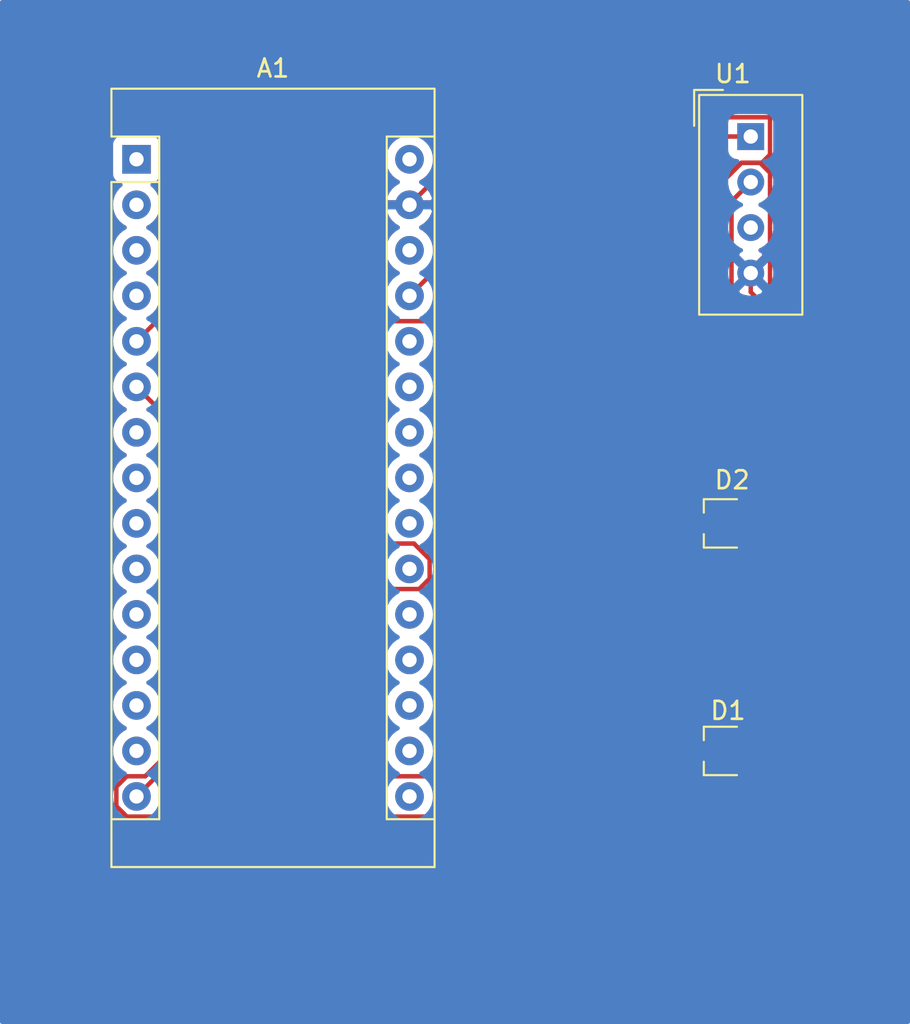
<source format=kicad_pcb>
(kicad_pcb (version 20171130) (host pcbnew "(5.1.0)-1")

  (general
    (thickness 1.6)
    (drawings 0)
    (tracks 50)
    (zones 0)
    (modules 4)
    (nets 32)
  )

  (page A4)
  (layers
    (0 F.Cu signal)
    (31 B.Cu signal)
    (32 B.Adhes user)
    (33 F.Adhes user)
    (34 B.Paste user)
    (35 F.Paste user)
    (36 B.SilkS user)
    (37 F.SilkS user)
    (38 B.Mask user)
    (39 F.Mask user)
    (40 Dwgs.User user)
    (41 Cmts.User user)
    (42 Eco1.User user)
    (43 Eco2.User user)
    (44 Edge.Cuts user)
    (45 Margin user)
    (46 B.CrtYd user)
    (47 F.CrtYd user)
    (48 B.Fab user)
    (49 F.Fab user)
  )

  (setup
    (last_trace_width 0.25)
    (trace_clearance 0.2)
    (zone_clearance 0.508)
    (zone_45_only no)
    (trace_min 0.2)
    (via_size 0.8)
    (via_drill 0.4)
    (via_min_size 0.4)
    (via_min_drill 0.3)
    (uvia_size 0.3)
    (uvia_drill 0.1)
    (uvias_allowed no)
    (uvia_min_size 0.2)
    (uvia_min_drill 0.1)
    (edge_width 0.05)
    (segment_width 0.2)
    (pcb_text_width 0.3)
    (pcb_text_size 1.5 1.5)
    (mod_edge_width 0.12)
    (mod_text_size 1 1)
    (mod_text_width 0.15)
    (pad_size 1.524 1.524)
    (pad_drill 0.762)
    (pad_to_mask_clearance 0.051)
    (solder_mask_min_width 0.25)
    (aux_axis_origin 0 0)
    (visible_elements FFFFFF7F)
    (pcbplotparams
      (layerselection 0x010fc_ffffffff)
      (usegerberextensions true)
      (usegerberattributes false)
      (usegerberadvancedattributes false)
      (creategerberjobfile false)
      (excludeedgelayer true)
      (linewidth 0.100000)
      (plotframeref false)
      (viasonmask false)
      (mode 1)
      (useauxorigin false)
      (hpglpennumber 1)
      (hpglpenspeed 20)
      (hpglpendiameter 15.000000)
      (psnegative false)
      (psa4output false)
      (plotreference true)
      (plotvalue true)
      (plotinvisibletext false)
      (padsonsilk false)
      (subtractmaskfromsilk false)
      (outputformat 1)
      (mirror false)
      (drillshape 0)
      (scaleselection 1)
      (outputdirectory "Reciever_New"))
  )

  (net 0 "")
  (net 1 "Net-(A1-Pad16)")
  (net 2 "Net-(A1-Pad15)")
  (net 3 "Net-(A1-Pad30)")
  (net 4 "Net-(A1-Pad14)")
  (net 5 "Net-(A1-Pad29)")
  (net 6 "Net-(A1-Pad13)")
  (net 7 "Net-(A1-Pad28)")
  (net 8 "Net-(A1-Pad12)")
  (net 9 "Net-(A1-Pad27)")
  (net 10 "Net-(A1-Pad11)")
  (net 11 "Net-(A1-Pad26)")
  (net 12 "Net-(A1-Pad10)")
  (net 13 "Net-(A1-Pad25)")
  (net 14 "Net-(A1-Pad9)")
  (net 15 "Net-(A1-Pad24)")
  (net 16 "Net-(A1-Pad8)")
  (net 17 "Net-(A1-Pad23)")
  (net 18 "Net-(A1-Pad7)")
  (net 19 "Net-(A1-Pad22)")
  (net 20 "Net-(A1-Pad6)")
  (net 21 "Net-(A1-Pad21)")
  (net 22 "Net-(A1-Pad5)")
  (net 23 "Net-(A1-Pad20)")
  (net 24 "Net-(A1-Pad4)")
  (net 25 "Net-(A1-Pad19)")
  (net 26 "Net-(A1-Pad3)")
  (net 27 "Net-(A1-Pad18)")
  (net 28 "Net-(A1-Pad2)")
  (net 29 "Net-(A1-Pad17)")
  (net 30 "Net-(A1-Pad1)")
  (net 31 "Net-(U1-Pad3)")

  (net_class Default "This is the default net class."
    (clearance 0.2)
    (trace_width 0.25)
    (via_dia 0.8)
    (via_drill 0.4)
    (uvia_dia 0.3)
    (uvia_drill 0.1)
    (add_net "Net-(A1-Pad1)")
    (add_net "Net-(A1-Pad10)")
    (add_net "Net-(A1-Pad11)")
    (add_net "Net-(A1-Pad12)")
    (add_net "Net-(A1-Pad13)")
    (add_net "Net-(A1-Pad14)")
    (add_net "Net-(A1-Pad15)")
    (add_net "Net-(A1-Pad16)")
    (add_net "Net-(A1-Pad17)")
    (add_net "Net-(A1-Pad18)")
    (add_net "Net-(A1-Pad19)")
    (add_net "Net-(A1-Pad2)")
    (add_net "Net-(A1-Pad20)")
    (add_net "Net-(A1-Pad21)")
    (add_net "Net-(A1-Pad22)")
    (add_net "Net-(A1-Pad23)")
    (add_net "Net-(A1-Pad24)")
    (add_net "Net-(A1-Pad25)")
    (add_net "Net-(A1-Pad26)")
    (add_net "Net-(A1-Pad27)")
    (add_net "Net-(A1-Pad28)")
    (add_net "Net-(A1-Pad29)")
    (add_net "Net-(A1-Pad3)")
    (add_net "Net-(A1-Pad30)")
    (add_net "Net-(A1-Pad4)")
    (add_net "Net-(A1-Pad5)")
    (add_net "Net-(A1-Pad6)")
    (add_net "Net-(A1-Pad7)")
    (add_net "Net-(A1-Pad8)")
    (add_net "Net-(A1-Pad9)")
    (add_net "Net-(U1-Pad3)")
  )

  (module Sensor:Aosong_DHT11_5.5x12.0_P2.54mm (layer F.Cu) (tedit 5C4B60CF) (tstamp 5DB6324A)
    (at 66.04 54.61)
    (descr "Temperature and humidity module, http://akizukidenshi.com/download/ds/aosong/DHT11.pdf")
    (tags "Temperature and humidity module")
    (path /5DB5EEDB)
    (fp_text reference U1 (at -1 -3.5) (layer F.SilkS)
      (effects (font (size 1 1) (thickness 0.15)))
    )
    (fp_text value DHT11 (at 0 11.3) (layer F.Fab)
      (effects (font (size 1 1) (thickness 0.15)))
    )
    (fp_line (start -3.16 -2.6) (end -1.55 -2.6) (layer F.SilkS) (width 0.12))
    (fp_line (start -3.16 -2.6) (end -3.16 -0.6) (layer F.SilkS) (width 0.12))
    (fp_line (start -2.75 -1.19) (end -1.75 -2.19) (layer F.Fab) (width 0.1))
    (fp_line (start -3 10.06) (end -3 -2.44) (layer F.CrtYd) (width 0.05))
    (fp_line (start 3 10.06) (end -3 10.06) (layer F.CrtYd) (width 0.05))
    (fp_line (start 3 -2.44) (end 3 10.06) (layer F.CrtYd) (width 0.05))
    (fp_line (start -3 -2.44) (end 3 -2.44) (layer F.CrtYd) (width 0.05))
    (fp_text user %R (at 0 3.81) (layer F.Fab)
      (effects (font (size 1 1) (thickness 0.15)))
    )
    (fp_line (start -2.88 9.94) (end -2.88 -2.31) (layer F.SilkS) (width 0.12))
    (fp_line (start 2.88 9.94) (end -2.88 9.94) (layer F.SilkS) (width 0.12))
    (fp_line (start 2.88 -2.32) (end 2.88 9.94) (layer F.SilkS) (width 0.12))
    (fp_line (start -2.87 -2.32) (end 2.87 -2.32) (layer F.SilkS) (width 0.12))
    (fp_line (start -2.75 -1.19) (end -2.75 9.81) (layer F.Fab) (width 0.1))
    (fp_line (start 2.75 9.81) (end -2.75 9.81) (layer F.Fab) (width 0.1))
    (fp_line (start 2.75 -2.19) (end 2.75 9.81) (layer F.Fab) (width 0.1))
    (fp_line (start -1.75 -2.19) (end 2.75 -2.19) (layer F.Fab) (width 0.1))
    (pad 4 thru_hole circle (at 0 7.62) (size 1.5 1.5) (drill 0.8) (layers *.Cu *.Mask)
      (net 5 "Net-(A1-Pad29)"))
    (pad 3 thru_hole circle (at 0 5.08) (size 1.5 1.5) (drill 0.8) (layers *.Cu *.Mask)
      (net 31 "Net-(U1-Pad3)"))
    (pad 2 thru_hole circle (at 0 2.54) (size 1.5 1.5) (drill 0.8) (layers *.Cu *.Mask)
      (net 2 "Net-(A1-Pad15)"))
    (pad 1 thru_hole rect (at 0 0) (size 1.5 1.5) (drill 0.8) (layers *.Cu *.Mask)
      (net 9 "Net-(A1-Pad27)"))
    (model ${KISYS3DMOD}/Sensor.3dshapes/Aosong_DHT11_5.5x12.0_P2.54mm.wrl
      (at (xyz 0 0 0))
      (scale (xyz 1 1 1))
      (rotate (xyz 0 0 0))
    )
  )

  (module LED_SMD:LED_Cree-XB (layer F.Cu) (tedit 587BEC30) (tstamp 5DB63232)
    (at 64.77 76.2)
    (descr http://www.cree.com/~/media/Files/Cree/LED-Components-and-Modules/XLamp/Data-and-Binning/XLampXBD.pdf)
    (tags "LED Cree XB")
    (path /5DB60107)
    (attr smd)
    (fp_text reference D2 (at 0.23 -2.42) (layer F.SilkS)
      (effects (font (size 1 1) (thickness 0.15)))
    )
    (fp_text value LED (at 0 2.25) (layer F.Fab)
      (effects (font (size 1 1) (thickness 0.15)))
    )
    (fp_text user %R (at 0 0) (layer F.Fab)
      (effects (font (size 0.5 0.5) (thickness 0.05)))
    )
    (fp_line (start -1.15 -1.15) (end 1.15 -1.15) (layer F.Fab) (width 0.1))
    (fp_line (start 1.15 -1.15) (end 1.15 1.15) (layer F.Fab) (width 0.1))
    (fp_line (start 1.15 1.15) (end -1.15 1.15) (layer F.Fab) (width 0.1))
    (fp_line (start -1.15 1.15) (end -1.15 -1.15) (layer F.Fab) (width 0.1))
    (fp_line (start 0.5 -1.35) (end -1.35 -1.35) (layer F.SilkS) (width 0.12))
    (fp_line (start -1.35 -1.35) (end -1.35 -0.6) (layer F.SilkS) (width 0.12))
    (fp_line (start 0.5 1.35) (end -1.35 1.35) (layer F.SilkS) (width 0.12))
    (fp_line (start -1.35 1.35) (end -1.35 0.6) (layer F.SilkS) (width 0.12))
    (fp_line (start -1.4 1.4) (end -1.4 -1.4) (layer F.CrtYd) (width 0.05))
    (fp_line (start -1.4 -1.4) (end 1.4 -1.4) (layer F.CrtYd) (width 0.05))
    (fp_line (start 1.4 -1.4) (end 1.4 1.4) (layer F.CrtYd) (width 0.05))
    (fp_line (start 1.4 1.4) (end -1.4 1.4) (layer F.CrtYd) (width 0.05))
    (pad 3 smd rect (at 0 0.55) (size 0.85 0.85) (layers F.Paste))
    (pad 3 smd rect (at 0 -0.55) (size 0.85 0.85) (layers F.Paste))
    (pad 3 smd rect (at 0 0) (size 0.92 2.29) (layers F.Cu F.Mask))
    (pad 1 smd rect (at -0.98 0) (size 0.33 2.29) (layers F.Cu F.Paste F.Mask)
      (net 22 "Net-(A1-Pad5)"))
    (pad 2 smd rect (at 0.98 0) (size 0.33 2.29) (layers F.Cu F.Paste F.Mask)
      (net 5 "Net-(A1-Pad29)"))
    (model ${KISYS3DMOD}/LED_SMD.3dshapes/LED_Cree-XB.wrl
      (at (xyz 0 0 0))
      (scale (xyz 1 1 1))
      (rotate (xyz 0 0 0))
    )
  )

  (module LED_SMD:LED_Cree-XB (layer F.Cu) (tedit 587BEC30) (tstamp 5DB6321C)
    (at 64.77 88.9)
    (descr http://www.cree.com/~/media/Files/Cree/LED-Components-and-Modules/XLamp/Data-and-Binning/XLampXBD.pdf)
    (tags "LED Cree XB")
    (path /5DB5F67A)
    (attr smd)
    (fp_text reference D1 (at 0 -2.25) (layer F.SilkS)
      (effects (font (size 1 1) (thickness 0.15)))
    )
    (fp_text value LED (at 0 2.25) (layer F.Fab)
      (effects (font (size 1 1) (thickness 0.15)))
    )
    (fp_text user %R (at 0 0) (layer F.Fab)
      (effects (font (size 0.5 0.5) (thickness 0.05)))
    )
    (fp_line (start -1.15 -1.15) (end 1.15 -1.15) (layer F.Fab) (width 0.1))
    (fp_line (start 1.15 -1.15) (end 1.15 1.15) (layer F.Fab) (width 0.1))
    (fp_line (start 1.15 1.15) (end -1.15 1.15) (layer F.Fab) (width 0.1))
    (fp_line (start -1.15 1.15) (end -1.15 -1.15) (layer F.Fab) (width 0.1))
    (fp_line (start 0.5 -1.35) (end -1.35 -1.35) (layer F.SilkS) (width 0.12))
    (fp_line (start -1.35 -1.35) (end -1.35 -0.6) (layer F.SilkS) (width 0.12))
    (fp_line (start 0.5 1.35) (end -1.35 1.35) (layer F.SilkS) (width 0.12))
    (fp_line (start -1.35 1.35) (end -1.35 0.6) (layer F.SilkS) (width 0.12))
    (fp_line (start -1.4 1.4) (end -1.4 -1.4) (layer F.CrtYd) (width 0.05))
    (fp_line (start -1.4 -1.4) (end 1.4 -1.4) (layer F.CrtYd) (width 0.05))
    (fp_line (start 1.4 -1.4) (end 1.4 1.4) (layer F.CrtYd) (width 0.05))
    (fp_line (start 1.4 1.4) (end -1.4 1.4) (layer F.CrtYd) (width 0.05))
    (pad 3 smd rect (at 0 0.55) (size 0.85 0.85) (layers F.Paste))
    (pad 3 smd rect (at 0 -0.55) (size 0.85 0.85) (layers F.Paste))
    (pad 3 smd rect (at 0 0) (size 0.92 2.29) (layers F.Cu F.Mask))
    (pad 1 smd rect (at -0.98 0) (size 0.33 2.29) (layers F.Cu F.Paste F.Mask)
      (net 20 "Net-(A1-Pad6)"))
    (pad 2 smd rect (at 0.98 0) (size 0.33 2.29) (layers F.Cu F.Paste F.Mask)
      (net 5 "Net-(A1-Pad29)"))
    (model ${KISYS3DMOD}/LED_SMD.3dshapes/LED_Cree-XB.wrl
      (at (xyz 0 0 0))
      (scale (xyz 1 1 1))
      (rotate (xyz 0 0 0))
    )
  )

  (module Module:Arduino_Nano (layer F.Cu) (tedit 58ACAF70) (tstamp 5DB63206)
    (at 31.75 55.88)
    (descr "Arduino Nano, http://www.mouser.com/pdfdocs/Gravitech_Arduino_Nano3_0.pdf")
    (tags "Arduino Nano")
    (path /5DB5E139)
    (fp_text reference A1 (at 7.62 -5.08) (layer F.SilkS)
      (effects (font (size 1 1) (thickness 0.15)))
    )
    (fp_text value Arduino_Nano_v2.x (at 8.89 19.05 90) (layer F.Fab)
      (effects (font (size 1 1) (thickness 0.15)))
    )
    (fp_line (start 16.75 42.16) (end -1.53 42.16) (layer F.CrtYd) (width 0.05))
    (fp_line (start 16.75 42.16) (end 16.75 -4.06) (layer F.CrtYd) (width 0.05))
    (fp_line (start -1.53 -4.06) (end -1.53 42.16) (layer F.CrtYd) (width 0.05))
    (fp_line (start -1.53 -4.06) (end 16.75 -4.06) (layer F.CrtYd) (width 0.05))
    (fp_line (start 16.51 -3.81) (end 16.51 39.37) (layer F.Fab) (width 0.1))
    (fp_line (start 0 -3.81) (end 16.51 -3.81) (layer F.Fab) (width 0.1))
    (fp_line (start -1.27 -2.54) (end 0 -3.81) (layer F.Fab) (width 0.1))
    (fp_line (start -1.27 39.37) (end -1.27 -2.54) (layer F.Fab) (width 0.1))
    (fp_line (start 16.51 39.37) (end -1.27 39.37) (layer F.Fab) (width 0.1))
    (fp_line (start 16.64 -3.94) (end -1.4 -3.94) (layer F.SilkS) (width 0.12))
    (fp_line (start 16.64 39.5) (end 16.64 -3.94) (layer F.SilkS) (width 0.12))
    (fp_line (start -1.4 39.5) (end 16.64 39.5) (layer F.SilkS) (width 0.12))
    (fp_line (start 3.81 41.91) (end 3.81 31.75) (layer F.Fab) (width 0.1))
    (fp_line (start 11.43 41.91) (end 3.81 41.91) (layer F.Fab) (width 0.1))
    (fp_line (start 11.43 31.75) (end 11.43 41.91) (layer F.Fab) (width 0.1))
    (fp_line (start 3.81 31.75) (end 11.43 31.75) (layer F.Fab) (width 0.1))
    (fp_line (start 1.27 36.83) (end -1.4 36.83) (layer F.SilkS) (width 0.12))
    (fp_line (start 1.27 1.27) (end 1.27 36.83) (layer F.SilkS) (width 0.12))
    (fp_line (start 1.27 1.27) (end -1.4 1.27) (layer F.SilkS) (width 0.12))
    (fp_line (start 13.97 36.83) (end 16.64 36.83) (layer F.SilkS) (width 0.12))
    (fp_line (start 13.97 -1.27) (end 13.97 36.83) (layer F.SilkS) (width 0.12))
    (fp_line (start 13.97 -1.27) (end 16.64 -1.27) (layer F.SilkS) (width 0.12))
    (fp_line (start -1.4 -3.94) (end -1.4 -1.27) (layer F.SilkS) (width 0.12))
    (fp_line (start -1.4 1.27) (end -1.4 39.5) (layer F.SilkS) (width 0.12))
    (fp_line (start 1.27 -1.27) (end -1.4 -1.27) (layer F.SilkS) (width 0.12))
    (fp_line (start 1.27 1.27) (end 1.27 -1.27) (layer F.SilkS) (width 0.12))
    (fp_text user %R (at 6.35 19.05 90) (layer F.Fab)
      (effects (font (size 1 1) (thickness 0.15)))
    )
    (pad 16 thru_hole oval (at 15.24 35.56) (size 1.6 1.6) (drill 0.8) (layers *.Cu *.Mask)
      (net 1 "Net-(A1-Pad16)"))
    (pad 15 thru_hole oval (at 0 35.56) (size 1.6 1.6) (drill 0.8) (layers *.Cu *.Mask)
      (net 2 "Net-(A1-Pad15)"))
    (pad 30 thru_hole oval (at 15.24 0) (size 1.6 1.6) (drill 0.8) (layers *.Cu *.Mask)
      (net 3 "Net-(A1-Pad30)"))
    (pad 14 thru_hole oval (at 0 33.02) (size 1.6 1.6) (drill 0.8) (layers *.Cu *.Mask)
      (net 4 "Net-(A1-Pad14)"))
    (pad 29 thru_hole oval (at 15.24 2.54) (size 1.6 1.6) (drill 0.8) (layers *.Cu *.Mask)
      (net 5 "Net-(A1-Pad29)"))
    (pad 13 thru_hole oval (at 0 30.48) (size 1.6 1.6) (drill 0.8) (layers *.Cu *.Mask)
      (net 6 "Net-(A1-Pad13)"))
    (pad 28 thru_hole oval (at 15.24 5.08) (size 1.6 1.6) (drill 0.8) (layers *.Cu *.Mask)
      (net 7 "Net-(A1-Pad28)"))
    (pad 12 thru_hole oval (at 0 27.94) (size 1.6 1.6) (drill 0.8) (layers *.Cu *.Mask)
      (net 8 "Net-(A1-Pad12)"))
    (pad 27 thru_hole oval (at 15.24 7.62) (size 1.6 1.6) (drill 0.8) (layers *.Cu *.Mask)
      (net 9 "Net-(A1-Pad27)"))
    (pad 11 thru_hole oval (at 0 25.4) (size 1.6 1.6) (drill 0.8) (layers *.Cu *.Mask)
      (net 10 "Net-(A1-Pad11)"))
    (pad 26 thru_hole oval (at 15.24 10.16) (size 1.6 1.6) (drill 0.8) (layers *.Cu *.Mask)
      (net 11 "Net-(A1-Pad26)"))
    (pad 10 thru_hole oval (at 0 22.86) (size 1.6 1.6) (drill 0.8) (layers *.Cu *.Mask)
      (net 12 "Net-(A1-Pad10)"))
    (pad 25 thru_hole oval (at 15.24 12.7) (size 1.6 1.6) (drill 0.8) (layers *.Cu *.Mask)
      (net 13 "Net-(A1-Pad25)"))
    (pad 9 thru_hole oval (at 0 20.32) (size 1.6 1.6) (drill 0.8) (layers *.Cu *.Mask)
      (net 14 "Net-(A1-Pad9)"))
    (pad 24 thru_hole oval (at 15.24 15.24) (size 1.6 1.6) (drill 0.8) (layers *.Cu *.Mask)
      (net 15 "Net-(A1-Pad24)"))
    (pad 8 thru_hole oval (at 0 17.78) (size 1.6 1.6) (drill 0.8) (layers *.Cu *.Mask)
      (net 16 "Net-(A1-Pad8)"))
    (pad 23 thru_hole oval (at 15.24 17.78) (size 1.6 1.6) (drill 0.8) (layers *.Cu *.Mask)
      (net 17 "Net-(A1-Pad23)"))
    (pad 7 thru_hole oval (at 0 15.24) (size 1.6 1.6) (drill 0.8) (layers *.Cu *.Mask)
      (net 18 "Net-(A1-Pad7)"))
    (pad 22 thru_hole oval (at 15.24 20.32) (size 1.6 1.6) (drill 0.8) (layers *.Cu *.Mask)
      (net 19 "Net-(A1-Pad22)"))
    (pad 6 thru_hole oval (at 0 12.7) (size 1.6 1.6) (drill 0.8) (layers *.Cu *.Mask)
      (net 20 "Net-(A1-Pad6)"))
    (pad 21 thru_hole oval (at 15.24 22.86) (size 1.6 1.6) (drill 0.8) (layers *.Cu *.Mask)
      (net 21 "Net-(A1-Pad21)"))
    (pad 5 thru_hole oval (at 0 10.16) (size 1.6 1.6) (drill 0.8) (layers *.Cu *.Mask)
      (net 22 "Net-(A1-Pad5)"))
    (pad 20 thru_hole oval (at 15.24 25.4) (size 1.6 1.6) (drill 0.8) (layers *.Cu *.Mask)
      (net 23 "Net-(A1-Pad20)"))
    (pad 4 thru_hole oval (at 0 7.62) (size 1.6 1.6) (drill 0.8) (layers *.Cu *.Mask)
      (net 24 "Net-(A1-Pad4)"))
    (pad 19 thru_hole oval (at 15.24 27.94) (size 1.6 1.6) (drill 0.8) (layers *.Cu *.Mask)
      (net 25 "Net-(A1-Pad19)"))
    (pad 3 thru_hole oval (at 0 5.08) (size 1.6 1.6) (drill 0.8) (layers *.Cu *.Mask)
      (net 26 "Net-(A1-Pad3)"))
    (pad 18 thru_hole oval (at 15.24 30.48) (size 1.6 1.6) (drill 0.8) (layers *.Cu *.Mask)
      (net 27 "Net-(A1-Pad18)"))
    (pad 2 thru_hole oval (at 0 2.54) (size 1.6 1.6) (drill 0.8) (layers *.Cu *.Mask)
      (net 28 "Net-(A1-Pad2)"))
    (pad 17 thru_hole oval (at 15.24 33.02) (size 1.6 1.6) (drill 0.8) (layers *.Cu *.Mask)
      (net 29 "Net-(A1-Pad17)"))
    (pad 1 thru_hole rect (at 0 0) (size 1.6 1.6) (drill 0.8) (layers *.Cu *.Mask)
      (net 30 "Net-(A1-Pad1)"))
    (model ${KISYS3DMOD}/Module.3dshapes/Arduino_Nano_WithMountingHoles.wrl
      (at (xyz 0 0 0))
      (scale (xyz 1 1 1))
      (rotate (xyz 0 0 0))
    )
  )

  (segment (start 32.549999 90.640001) (end 31.75 91.44) (width 0.25) (layer F.Cu) (net 2))
  (segment (start 53.530003 90.314999) (end 32.875001 90.314999) (width 0.25) (layer F.Cu) (net 2))
  (segment (start 66.240001 77.605001) (end 53.530003 90.314999) (width 0.25) (layer F.Cu) (net 2))
  (segment (start 32.875001 90.314999) (end 32.549999 90.640001) (width 0.25) (layer F.Cu) (net 2))
  (segment (start 66.240001 74.794999) (end 66.240001 77.605001) (width 0.25) (layer F.Cu) (net 2))
  (segment (start 64.964999 73.519997) (end 66.240001 74.794999) (width 0.25) (layer F.Cu) (net 2))
  (segment (start 64.964999 58.225001) (end 64.964999 73.519997) (width 0.25) (layer F.Cu) (net 2))
  (segment (start 66.04 57.15) (end 64.964999 58.225001) (width 0.25) (layer F.Cu) (net 2))
  (segment (start 66.04 63.29066) (end 66.04 62.23) (width 0.25) (layer F.Cu) (net 5))
  (segment (start 66.69001 63.94067) (end 66.04 63.29066) (width 0.25) (layer F.Cu) (net 5))
  (segment (start 66.69001 86.56499) (end 66.69001 63.94067) (width 0.25) (layer F.Cu) (net 5))
  (segment (start 65.75 87.505) (end 66.69001 86.56499) (width 0.25) (layer F.Cu) (net 5))
  (segment (start 65.75 88.9) (end 65.75 87.505) (width 0.25) (layer F.Cu) (net 5))
  (segment (start 67.115001 56.633999) (end 67.115001 86.139999) (width 0.25) (layer F.Cu) (net 5))
  (segment (start 67.115001 86.139999) (end 66.69001 86.56499) (width 0.25) (layer F.Cu) (net 5))
  (segment (start 66.556001 56.074999) (end 67.115001 56.633999) (width 0.25) (layer F.Cu) (net 5))
  (segment (start 65.523999 56.074999) (end 66.556001 56.074999) (width 0.25) (layer F.Cu) (net 5))
  (segment (start 64.514989 57.084009) (end 65.523999 56.074999) (width 0.25) (layer F.Cu) (net 5))
  (segment (start 64.514989 73.706397) (end 64.514989 57.084009) (width 0.25) (layer F.Cu) (net 5))
  (segment (start 65.75 74.941408) (end 64.514989 73.706397) (width 0.25) (layer F.Cu) (net 5))
  (segment (start 65.75 76.2) (end 65.75 74.941408) (width 0.25) (layer F.Cu) (net 5))
  (segment (start 65.523999 56.074999) (end 64.77 56.828998) (width 0.25) (layer F.Cu) (net 5))
  (segment (start 51.875001 53.534999) (end 67.050001 53.534999) (width 0.25) (layer F.Cu) (net 5))
  (segment (start 46.99 58.42) (end 51.875001 53.534999) (width 0.25) (layer F.Cu) (net 5))
  (segment (start 67.050001 53.534999) (end 67.115001 53.599999) (width 0.25) (layer F.Cu) (net 5))
  (segment (start 67.115001 53.599999) (end 67.115001 55.620001) (width 0.25) (layer F.Cu) (net 5))
  (segment (start 67.115001 55.620001) (end 66.660003 56.074999) (width 0.25) (layer F.Cu) (net 5))
  (segment (start 66.660003 56.074999) (end 65.523999 56.074999) (width 0.25) (layer F.Cu) (net 5))
  (segment (start 55.88 54.61) (end 46.99 63.5) (width 0.25) (layer F.Cu) (net 9))
  (segment (start 66.04 54.61) (end 55.88 54.61) (width 0.25) (layer F.Cu) (net 9))
  (segment (start 32.549999 69.379999) (end 31.75 68.58) (width 0.25) (layer F.Cu) (net 20))
  (segment (start 47.240003 77.325001) (end 40.495001 77.325001) (width 0.25) (layer F.Cu) (net 20))
  (segment (start 48.115001 79.280001) (end 48.115001 78.199999) (width 0.25) (layer F.Cu) (net 20))
  (segment (start 47.530001 79.865001) (end 48.115001 79.280001) (width 0.25) (layer F.Cu) (net 20))
  (segment (start 32.238591 90.314999) (end 42.688589 79.865001) (width 0.25) (layer F.Cu) (net 20))
  (segment (start 40.495001 77.325001) (end 32.549999 69.379999) (width 0.25) (layer F.Cu) (net 20))
  (segment (start 31.209999 90.314999) (end 32.238591 90.314999) (width 0.25) (layer F.Cu) (net 20))
  (segment (start 48.115001 78.199999) (end 47.240003 77.325001) (width 0.25) (layer F.Cu) (net 20))
  (segment (start 30.624999 90.899999) (end 31.209999 90.314999) (width 0.25) (layer F.Cu) (net 20))
  (segment (start 42.688589 79.865001) (end 47.530001 79.865001) (width 0.25) (layer F.Cu) (net 20))
  (segment (start 30.624999 91.980001) (end 30.624999 90.899999) (width 0.25) (layer F.Cu) (net 20))
  (segment (start 31.209999 92.565001) (end 30.624999 91.980001) (width 0.25) (layer F.Cu) (net 20))
  (segment (start 59.709999 92.565001) (end 31.209999 92.565001) (width 0.25) (layer F.Cu) (net 20))
  (segment (start 63.375 88.9) (end 59.709999 92.565001) (width 0.25) (layer F.Cu) (net 20))
  (segment (start 63.79 88.9) (end 63.375 88.9) (width 0.25) (layer F.Cu) (net 20))
  (segment (start 32.549999 65.240001) (end 31.75 66.04) (width 0.25) (layer F.Cu) (net 22))
  (segment (start 32.875001 64.914999) (end 32.549999 65.240001) (width 0.25) (layer F.Cu) (net 22))
  (segment (start 53.484999 64.914999) (end 32.875001 64.914999) (width 0.25) (layer F.Cu) (net 22))
  (segment (start 63.79 75.22) (end 53.484999 64.914999) (width 0.25) (layer F.Cu) (net 22))
  (segment (start 63.79 76.2) (end 63.79 75.22) (width 0.25) (layer F.Cu) (net 22))

  (zone (net 5) (net_name "Net-(A1-Pad29)") (layer F.Cu) (tstamp 5DB63904) (hatch edge 0.508)
    (connect_pads (clearance 0.508))
    (min_thickness 0.254)
    (fill yes (arc_segments 32) (thermal_gap 0.508) (thermal_bridge_width 0.508))
    (polygon
      (pts
        (xy 24.13 46.99) (xy 74.93 46.99) (xy 74.93 104.14) (xy 24.13 104.14)
      )
    )
    (filled_polygon
      (pts
        (xy 74.803 104.013) (xy 24.257 104.013) (xy 24.257 90.899999) (xy 29.861323 90.899999) (xy 29.865 90.937331)
        (xy 29.864999 91.942678) (xy 29.861323 91.980001) (xy 29.864999 92.017323) (xy 29.864999 92.017333) (xy 29.875996 92.128986)
        (xy 29.898653 92.203676) (xy 29.919453 92.272247) (xy 29.990025 92.404277) (xy 30.02987 92.452827) (xy 30.084998 92.520002)
        (xy 30.114001 92.543804) (xy 30.646199 93.076003) (xy 30.669998 93.105002) (xy 30.698996 93.1288) (xy 30.785722 93.199975)
        (xy 30.917752 93.270547) (xy 31.061013 93.314004) (xy 31.172666 93.325001) (xy 31.172676 93.325001) (xy 31.209999 93.328677)
        (xy 31.247322 93.325001) (xy 59.672677 93.325001) (xy 59.709999 93.328677) (xy 59.747321 93.325001) (xy 59.747332 93.325001)
        (xy 59.858985 93.314004) (xy 60.002246 93.270547) (xy 60.134275 93.199975) (xy 60.25 93.105002) (xy 60.273803 93.075998)
        (xy 63.044249 90.305552) (xy 63.094463 90.399494) (xy 63.173815 90.496185) (xy 63.270506 90.575537) (xy 63.38082 90.634502)
        (xy 63.500518 90.670812) (xy 63.625 90.683072) (xy 63.955 90.683072) (xy 64.079482 90.670812) (xy 64.1325 90.654729)
        (xy 64.185518 90.670812) (xy 64.31 90.683072) (xy 65.23 90.683072) (xy 65.354482 90.670812) (xy 65.407305 90.654788)
        (xy 65.453733 90.669424) (xy 65.55325 90.68) (xy 65.712 90.52125) (xy 65.712 90.458637) (xy 65.760537 90.399494)
        (xy 65.788 90.348115) (xy 65.788 90.52125) (xy 65.94675 90.68) (xy 66.046267 90.669424) (xy 66.165564 90.631817)
        (xy 66.275231 90.571659) (xy 66.371056 90.491261) (xy 66.449354 90.393714) (xy 66.507117 90.282767) (xy 66.542126 90.162682)
        (xy 66.553034 90.038074) (xy 66.55 89.18575) (xy 66.39125 89.027) (xy 65.868072 89.027) (xy 65.868072 88.773)
        (xy 66.39125 88.773) (xy 66.55 88.61425) (xy 66.553034 87.761926) (xy 66.542126 87.637318) (xy 66.507117 87.517233)
        (xy 66.449354 87.406286) (xy 66.371056 87.308739) (xy 66.275231 87.228341) (xy 66.165564 87.168183) (xy 66.046267 87.130576)
        (xy 65.94675 87.12) (xy 65.788 87.27875) (xy 65.788 87.451885) (xy 65.760537 87.400506) (xy 65.712 87.341363)
        (xy 65.712 87.27875) (xy 65.55325 87.12) (xy 65.453733 87.130576) (xy 65.407305 87.145212) (xy 65.354482 87.129188)
        (xy 65.23 87.116928) (xy 64.31 87.116928) (xy 64.185518 87.129188) (xy 64.1325 87.145271) (xy 64.079482 87.129188)
        (xy 63.955 87.116928) (xy 63.625 87.116928) (xy 63.500518 87.129188) (xy 63.38082 87.165498) (xy 63.270506 87.224463)
        (xy 63.173815 87.303815) (xy 63.094463 87.400506) (xy 63.035498 87.51082) (xy 62.999188 87.630518) (xy 62.986928 87.755)
        (xy 62.986928 88.245674) (xy 62.950723 88.265026) (xy 62.867083 88.333668) (xy 62.834999 88.359999) (xy 62.811201 88.388997)
        (xy 59.395198 91.805001) (xy 48.378849 91.805001) (xy 48.404236 91.721309) (xy 48.431943 91.44) (xy 48.404236 91.158691)
        (xy 48.378849 91.074999) (xy 53.492681 91.074999) (xy 53.530003 91.078675) (xy 53.567325 91.074999) (xy 53.567336 91.074999)
        (xy 53.678989 91.064002) (xy 53.82225 91.020545) (xy 53.954279 90.949973) (xy 54.070004 90.855) (xy 54.093807 90.825996)
        (xy 66.751004 78.1688) (xy 66.780002 78.145002) (xy 66.874975 78.029277) (xy 66.945547 77.897248) (xy 66.989004 77.753987)
        (xy 67.000001 77.642334) (xy 67.003678 77.605001) (xy 67.000001 77.567668) (xy 67.000001 74.832321) (xy 67.003677 74.794998)
        (xy 67.000001 74.757675) (xy 67.000001 74.757666) (xy 66.989004 74.646013) (xy 66.945547 74.502752) (xy 66.906226 74.429188)
        (xy 66.874975 74.370722) (xy 66.8038 74.283996) (xy 66.780002 74.254998) (xy 66.751005 74.231201) (xy 65.724999 73.205196)
        (xy 65.724999 63.578823) (xy 65.83996 63.60725) (xy 66.112492 63.619812) (xy 66.382238 63.578965) (xy 66.638832 63.486277)
        (xy 66.751863 63.42586) (xy 66.817388 63.186993) (xy 66.04 62.409605) (xy 66.025858 62.423748) (xy 65.846253 62.244143)
        (xy 65.860395 62.23) (xy 66.219605 62.23) (xy 66.996993 63.007388) (xy 67.23586 62.941863) (xy 67.35176 62.694884)
        (xy 67.41725 62.43004) (xy 67.429812 62.157508) (xy 67.388965 61.887762) (xy 67.296277 61.631168) (xy 67.23586 61.518137)
        (xy 66.996993 61.452612) (xy 66.219605 62.23) (xy 65.860395 62.23) (xy 65.846253 62.215858) (xy 66.025858 62.036253)
        (xy 66.04 62.050395) (xy 66.817388 61.273007) (xy 66.751863 61.03414) (xy 66.593523 60.959836) (xy 66.696043 60.917371)
        (xy 66.922886 60.765799) (xy 67.115799 60.572886) (xy 67.267371 60.346043) (xy 67.371775 60.093989) (xy 67.425 59.826411)
        (xy 67.425 59.553589) (xy 67.371775 59.286011) (xy 67.267371 59.033957) (xy 67.115799 58.807114) (xy 66.922886 58.614201)
        (xy 66.696043 58.462629) (xy 66.593127 58.42) (xy 66.696043 58.377371) (xy 66.922886 58.225799) (xy 67.115799 58.032886)
        (xy 67.267371 57.806043) (xy 67.371775 57.553989) (xy 67.425 57.286411) (xy 67.425 57.013589) (xy 67.371775 56.746011)
        (xy 67.267371 56.493957) (xy 67.115799 56.267114) (xy 66.922886 56.074201) (xy 66.806517 55.996445) (xy 66.914482 55.985812)
        (xy 67.03418 55.949502) (xy 67.144494 55.890537) (xy 67.241185 55.811185) (xy 67.320537 55.714494) (xy 67.379502 55.60418)
        (xy 67.415812 55.484482) (xy 67.428072 55.36) (xy 67.428072 53.86) (xy 67.415812 53.735518) (xy 67.379502 53.61582)
        (xy 67.320537 53.505506) (xy 67.241185 53.408815) (xy 67.144494 53.329463) (xy 67.03418 53.270498) (xy 66.914482 53.234188)
        (xy 66.79 53.221928) (xy 65.29 53.221928) (xy 65.165518 53.234188) (xy 65.04582 53.270498) (xy 64.935506 53.329463)
        (xy 64.838815 53.408815) (xy 64.759463 53.505506) (xy 64.700498 53.61582) (xy 64.664188 53.735518) (xy 64.652913 53.85)
        (xy 55.917333 53.85) (xy 55.88 53.846323) (xy 55.842667 53.85) (xy 55.731014 53.860997) (xy 55.587753 53.904454)
        (xy 55.455724 53.975026) (xy 55.339999 54.069999) (xy 55.316201 54.098997) (xy 48.429402 60.985797) (xy 48.431943 60.96)
        (xy 48.404236 60.678691) (xy 48.322182 60.408192) (xy 48.188932 60.158899) (xy 48.009608 59.940392) (xy 47.791101 59.761068)
        (xy 47.653318 59.687421) (xy 47.845131 59.572385) (xy 48.053519 59.383414) (xy 48.221037 59.15742) (xy 48.341246 58.903087)
        (xy 48.381904 58.769039) (xy 48.259915 58.547) (xy 47.117 58.547) (xy 47.117 58.567) (xy 46.863 58.567)
        (xy 46.863 58.547) (xy 45.720085 58.547) (xy 45.598096 58.769039) (xy 45.638754 58.903087) (xy 45.758963 59.15742)
        (xy 45.926481 59.383414) (xy 46.134869 59.572385) (xy 46.326682 59.687421) (xy 46.188899 59.761068) (xy 45.970392 59.940392)
        (xy 45.791068 60.158899) (xy 45.657818 60.408192) (xy 45.575764 60.678691) (xy 45.548057 60.96) (xy 45.575764 61.241309)
        (xy 45.657818 61.511808) (xy 45.791068 61.761101) (xy 45.970392 61.979608) (xy 46.188899 62.158932) (xy 46.321858 62.23)
        (xy 46.188899 62.301068) (xy 45.970392 62.480392) (xy 45.791068 62.698899) (xy 45.657818 62.948192) (xy 45.575764 63.218691)
        (xy 45.548057 63.5) (xy 45.575764 63.781309) (xy 45.657818 64.051808) (xy 45.712975 64.154999) (xy 33.027025 64.154999)
        (xy 33.082182 64.051808) (xy 33.164236 63.781309) (xy 33.191943 63.5) (xy 33.164236 63.218691) (xy 33.082182 62.948192)
        (xy 32.948932 62.698899) (xy 32.769608 62.480392) (xy 32.551101 62.301068) (xy 32.418142 62.23) (xy 32.551101 62.158932)
        (xy 32.769608 61.979608) (xy 32.948932 61.761101) (xy 33.082182 61.511808) (xy 33.164236 61.241309) (xy 33.191943 60.96)
        (xy 33.164236 60.678691) (xy 33.082182 60.408192) (xy 32.948932 60.158899) (xy 32.769608 59.940392) (xy 32.551101 59.761068)
        (xy 32.418142 59.69) (xy 32.551101 59.618932) (xy 32.769608 59.439608) (xy 32.948932 59.221101) (xy 33.082182 58.971808)
        (xy 33.164236 58.701309) (xy 33.191943 58.42) (xy 33.164236 58.138691) (xy 33.082182 57.868192) (xy 32.948932 57.618899)
        (xy 32.769608 57.400392) (xy 32.656518 57.307581) (xy 32.674482 57.305812) (xy 32.79418 57.269502) (xy 32.904494 57.210537)
        (xy 33.001185 57.131185) (xy 33.080537 57.034494) (xy 33.139502 56.92418) (xy 33.175812 56.804482) (xy 33.188072 56.68)
        (xy 33.188072 55.88) (xy 45.548057 55.88) (xy 45.575764 56.161309) (xy 45.657818 56.431808) (xy 45.791068 56.681101)
        (xy 45.970392 56.899608) (xy 46.188899 57.078932) (xy 46.326682 57.152579) (xy 46.134869 57.267615) (xy 45.926481 57.456586)
        (xy 45.758963 57.68258) (xy 45.638754 57.936913) (xy 45.598096 58.070961) (xy 45.720085 58.293) (xy 46.863 58.293)
        (xy 46.863 58.273) (xy 47.117 58.273) (xy 47.117 58.293) (xy 48.259915 58.293) (xy 48.381904 58.070961)
        (xy 48.341246 57.936913) (xy 48.221037 57.68258) (xy 48.053519 57.456586) (xy 47.845131 57.267615) (xy 47.653318 57.152579)
        (xy 47.791101 57.078932) (xy 48.009608 56.899608) (xy 48.188932 56.681101) (xy 48.322182 56.431808) (xy 48.404236 56.161309)
        (xy 48.431943 55.88) (xy 48.404236 55.598691) (xy 48.322182 55.328192) (xy 48.188932 55.078899) (xy 48.009608 54.860392)
        (xy 47.791101 54.681068) (xy 47.541808 54.547818) (xy 47.271309 54.465764) (xy 47.060492 54.445) (xy 46.919508 54.445)
        (xy 46.708691 54.465764) (xy 46.438192 54.547818) (xy 46.188899 54.681068) (xy 45.970392 54.860392) (xy 45.791068 55.078899)
        (xy 45.657818 55.328192) (xy 45.575764 55.598691) (xy 45.548057 55.88) (xy 33.188072 55.88) (xy 33.188072 55.08)
        (xy 33.175812 54.955518) (xy 33.139502 54.83582) (xy 33.080537 54.725506) (xy 33.001185 54.628815) (xy 32.904494 54.549463)
        (xy 32.79418 54.490498) (xy 32.674482 54.454188) (xy 32.55 54.441928) (xy 30.95 54.441928) (xy 30.825518 54.454188)
        (xy 30.70582 54.490498) (xy 30.595506 54.549463) (xy 30.498815 54.628815) (xy 30.419463 54.725506) (xy 30.360498 54.83582)
        (xy 30.324188 54.955518) (xy 30.311928 55.08) (xy 30.311928 56.68) (xy 30.324188 56.804482) (xy 30.360498 56.92418)
        (xy 30.419463 57.034494) (xy 30.498815 57.131185) (xy 30.595506 57.210537) (xy 30.70582 57.269502) (xy 30.825518 57.305812)
        (xy 30.843482 57.307581) (xy 30.730392 57.400392) (xy 30.551068 57.618899) (xy 30.417818 57.868192) (xy 30.335764 58.138691)
        (xy 30.308057 58.42) (xy 30.335764 58.701309) (xy 30.417818 58.971808) (xy 30.551068 59.221101) (xy 30.730392 59.439608)
        (xy 30.948899 59.618932) (xy 31.081858 59.69) (xy 30.948899 59.761068) (xy 30.730392 59.940392) (xy 30.551068 60.158899)
        (xy 30.417818 60.408192) (xy 30.335764 60.678691) (xy 30.308057 60.96) (xy 30.335764 61.241309) (xy 30.417818 61.511808)
        (xy 30.551068 61.761101) (xy 30.730392 61.979608) (xy 30.948899 62.158932) (xy 31.081858 62.23) (xy 30.948899 62.301068)
        (xy 30.730392 62.480392) (xy 30.551068 62.698899) (xy 30.417818 62.948192) (xy 30.335764 63.218691) (xy 30.308057 63.5)
        (xy 30.335764 63.781309) (xy 30.417818 64.051808) (xy 30.551068 64.301101) (xy 30.730392 64.519608) (xy 30.948899 64.698932)
        (xy 31.081858 64.77) (xy 30.948899 64.841068) (xy 30.730392 65.020392) (xy 30.551068 65.238899) (xy 30.417818 65.488192)
        (xy 30.335764 65.758691) (xy 30.308057 66.04) (xy 30.335764 66.321309) (xy 30.417818 66.591808) (xy 30.551068 66.841101)
        (xy 30.730392 67.059608) (xy 30.948899 67.238932) (xy 31.081858 67.31) (xy 30.948899 67.381068) (xy 30.730392 67.560392)
        (xy 30.551068 67.778899) (xy 30.417818 68.028192) (xy 30.335764 68.298691) (xy 30.308057 68.58) (xy 30.335764 68.861309)
        (xy 30.417818 69.131808) (xy 30.551068 69.381101) (xy 30.730392 69.599608) (xy 30.948899 69.778932) (xy 31.081858 69.85)
        (xy 30.948899 69.921068) (xy 30.730392 70.100392) (xy 30.551068 70.318899) (xy 30.417818 70.568192) (xy 30.335764 70.838691)
        (xy 30.308057 71.12) (xy 30.335764 71.401309) (xy 30.417818 71.671808) (xy 30.551068 71.921101) (xy 30.730392 72.139608)
        (xy 30.948899 72.318932) (xy 31.081858 72.39) (xy 30.948899 72.461068) (xy 30.730392 72.640392) (xy 30.551068 72.858899)
        (xy 30.417818 73.108192) (xy 30.335764 73.378691) (xy 30.308057 73.66) (xy 30.335764 73.941309) (xy 30.417818 74.211808)
        (xy 30.551068 74.461101) (xy 30.730392 74.679608) (xy 30.948899 74.858932) (xy 31.081858 74.93) (xy 30.948899 75.001068)
        (xy 30.730392 75.180392) (xy 30.551068 75.398899) (xy 30.417818 75.648192) (xy 30.335764 75.918691) (xy 30.308057 76.2)
        (xy 30.335764 76.481309) (xy 30.417818 76.751808) (xy 30.551068 77.001101) (xy 30.730392 77.219608) (xy 30.948899 77.398932)
        (xy 31.081858 77.47) (xy 30.948899 77.541068) (xy 30.730392 77.720392) (xy 30.551068 77.938899) (xy 30.417818 78.188192)
        (xy 30.335764 78.458691) (xy 30.308057 78.74) (xy 30.335764 79.021309) (xy 30.417818 79.291808) (xy 30.551068 79.541101)
        (xy 30.730392 79.759608) (xy 30.948899 79.938932) (xy 31.081858 80.01) (xy 30.948899 80.081068) (xy 30.730392 80.260392)
        (xy 30.551068 80.478899) (xy 30.417818 80.728192) (xy 30.335764 80.998691) (xy 30.308057 81.28) (xy 30.335764 81.561309)
        (xy 30.417818 81.831808) (xy 30.551068 82.081101) (xy 30.730392 82.299608) (xy 30.948899 82.478932) (xy 31.081858 82.55)
        (xy 30.948899 82.621068) (xy 30.730392 82.800392) (xy 30.551068 83.018899) (xy 30.417818 83.268192) (xy 30.335764 83.538691)
        (xy 30.308057 83.82) (xy 30.335764 84.101309) (xy 30.417818 84.371808) (xy 30.551068 84.621101) (xy 30.730392 84.839608)
        (xy 30.948899 85.018932) (xy 31.081858 85.09) (xy 30.948899 85.161068) (xy 30.730392 85.340392) (xy 30.551068 85.558899)
        (xy 30.417818 85.808192) (xy 30.335764 86.078691) (xy 30.308057 86.36) (xy 30.335764 86.641309) (xy 30.417818 86.911808)
        (xy 30.551068 87.161101) (xy 30.730392 87.379608) (xy 30.948899 87.558932) (xy 31.081858 87.63) (xy 30.948899 87.701068)
        (xy 30.730392 87.880392) (xy 30.551068 88.098899) (xy 30.417818 88.348192) (xy 30.335764 88.618691) (xy 30.308057 88.9)
        (xy 30.335764 89.181309) (xy 30.417818 89.451808) (xy 30.551068 89.701101) (xy 30.64033 89.809867) (xy 30.113997 90.3362)
        (xy 30.084999 90.359998) (xy 30.061201 90.388996) (xy 30.0612 90.388997) (xy 29.990025 90.475723) (xy 29.919453 90.607753)
        (xy 29.909671 90.640002) (xy 29.879558 90.739276) (xy 29.875997 90.751014) (xy 29.861323 90.899999) (xy 24.257 90.899999)
        (xy 24.257 47.117) (xy 74.803 47.117)
      )
    )
    (filled_polygon
      (pts
        (xy 64.664188 55.484482) (xy 64.700498 55.60418) (xy 64.759463 55.714494) (xy 64.838815 55.811185) (xy 64.935506 55.890537)
        (xy 65.04582 55.949502) (xy 65.165518 55.985812) (xy 65.273483 55.996445) (xy 65.157114 56.074201) (xy 64.964201 56.267114)
        (xy 64.812629 56.493957) (xy 64.708225 56.746011) (xy 64.655 57.013589) (xy 64.655 57.286411) (xy 64.683833 57.431365)
        (xy 64.454001 57.661197) (xy 64.424998 57.685) (xy 64.36987 57.752175) (xy 64.330025 57.800725) (xy 64.293963 57.868192)
        (xy 64.259453 57.932755) (xy 64.215996 58.076016) (xy 64.204999 58.187669) (xy 64.204999 58.187679) (xy 64.201323 58.225001)
        (xy 64.204999 58.262323) (xy 64.205 73.482664) (xy 64.201323 73.519997) (xy 64.215997 73.668982) (xy 64.259453 73.812243)
        (xy 64.330025 73.944273) (xy 64.4012 74.030999) (xy 64.424999 74.059998) (xy 64.453997 74.083796) (xy 64.787129 74.416928)
        (xy 64.31 74.416928) (xy 64.185518 74.429188) (xy 64.1325 74.445271) (xy 64.079482 74.429188) (xy 64.07339 74.428588)
        (xy 54.048803 64.404002) (xy 54.025 64.374998) (xy 53.909275 64.280025) (xy 53.777246 64.209453) (xy 53.633985 64.165996)
        (xy 53.522332 64.154999) (xy 53.522321 64.154999) (xy 53.484999 64.151323) (xy 53.447677 64.154999) (xy 48.267025 64.154999)
        (xy 48.322182 64.051808) (xy 48.404236 63.781309) (xy 48.431943 63.5) (xy 48.404236 63.218691) (xy 48.390708 63.174093)
        (xy 56.194802 55.37) (xy 64.652913 55.37)
      )
    )
  )
  (zone (net 5) (net_name "Net-(A1-Pad29)") (layer B.Cu) (tstamp 5DB63901) (hatch edge 0.508)
    (connect_pads (clearance 0.508))
    (min_thickness 0.254)
    (fill yes (arc_segments 32) (thermal_gap 0.508) (thermal_bridge_width 0.508))
    (polygon
      (pts
        (xy 24.13 46.99) (xy 74.93 46.99) (xy 74.93 104.14) (xy 24.13 104.14)
      )
    )
    (filled_polygon
      (pts
        (xy 74.803 104.013) (xy 24.257 104.013) (xy 24.257 58.42) (xy 30.308057 58.42) (xy 30.335764 58.701309)
        (xy 30.417818 58.971808) (xy 30.551068 59.221101) (xy 30.730392 59.439608) (xy 30.948899 59.618932) (xy 31.081858 59.69)
        (xy 30.948899 59.761068) (xy 30.730392 59.940392) (xy 30.551068 60.158899) (xy 30.417818 60.408192) (xy 30.335764 60.678691)
        (xy 30.308057 60.96) (xy 30.335764 61.241309) (xy 30.417818 61.511808) (xy 30.551068 61.761101) (xy 30.730392 61.979608)
        (xy 30.948899 62.158932) (xy 31.081858 62.23) (xy 30.948899 62.301068) (xy 30.730392 62.480392) (xy 30.551068 62.698899)
        (xy 30.417818 62.948192) (xy 30.335764 63.218691) (xy 30.308057 63.5) (xy 30.335764 63.781309) (xy 30.417818 64.051808)
        (xy 30.551068 64.301101) (xy 30.730392 64.519608) (xy 30.948899 64.698932) (xy 31.081858 64.77) (xy 30.948899 64.841068)
        (xy 30.730392 65.020392) (xy 30.551068 65.238899) (xy 30.417818 65.488192) (xy 30.335764 65.758691) (xy 30.308057 66.04)
        (xy 30.335764 66.321309) (xy 30.417818 66.591808) (xy 30.551068 66.841101) (xy 30.730392 67.059608) (xy 30.948899 67.238932)
        (xy 31.081858 67.31) (xy 30.948899 67.381068) (xy 30.730392 67.560392) (xy 30.551068 67.778899) (xy 30.417818 68.028192)
        (xy 30.335764 68.298691) (xy 30.308057 68.58) (xy 30.335764 68.861309) (xy 30.417818 69.131808) (xy 30.551068 69.381101)
        (xy 30.730392 69.599608) (xy 30.948899 69.778932) (xy 31.081858 69.85) (xy 30.948899 69.921068) (xy 30.730392 70.100392)
        (xy 30.551068 70.318899) (xy 30.417818 70.568192) (xy 30.335764 70.838691) (xy 30.308057 71.12) (xy 30.335764 71.401309)
        (xy 30.417818 71.671808) (xy 30.551068 71.921101) (xy 30.730392 72.139608) (xy 30.948899 72.318932) (xy 31.081858 72.39)
        (xy 30.948899 72.461068) (xy 30.730392 72.640392) (xy 30.551068 72.858899) (xy 30.417818 73.108192) (xy 30.335764 73.378691)
        (xy 30.308057 73.66) (xy 30.335764 73.941309) (xy 30.417818 74.211808) (xy 30.551068 74.461101) (xy 30.730392 74.679608)
        (xy 30.948899 74.858932) (xy 31.081858 74.93) (xy 30.948899 75.001068) (xy 30.730392 75.180392) (xy 30.551068 75.398899)
        (xy 30.417818 75.648192) (xy 30.335764 75.918691) (xy 30.308057 76.2) (xy 30.335764 76.481309) (xy 30.417818 76.751808)
        (xy 30.551068 77.001101) (xy 30.730392 77.219608) (xy 30.948899 77.398932) (xy 31.081858 77.47) (xy 30.948899 77.541068)
        (xy 30.730392 77.720392) (xy 30.551068 77.938899) (xy 30.417818 78.188192) (xy 30.335764 78.458691) (xy 30.308057 78.74)
        (xy 30.335764 79.021309) (xy 30.417818 79.291808) (xy 30.551068 79.541101) (xy 30.730392 79.759608) (xy 30.948899 79.938932)
        (xy 31.081858 80.01) (xy 30.948899 80.081068) (xy 30.730392 80.260392) (xy 30.551068 80.478899) (xy 30.417818 80.728192)
        (xy 30.335764 80.998691) (xy 30.308057 81.28) (xy 30.335764 81.561309) (xy 30.417818 81.831808) (xy 30.551068 82.081101)
        (xy 30.730392 82.299608) (xy 30.948899 82.478932) (xy 31.081858 82.55) (xy 30.948899 82.621068) (xy 30.730392 82.800392)
        (xy 30.551068 83.018899) (xy 30.417818 83.268192) (xy 30.335764 83.538691) (xy 30.308057 83.82) (xy 30.335764 84.101309)
        (xy 30.417818 84.371808) (xy 30.551068 84.621101) (xy 30.730392 84.839608) (xy 30.948899 85.018932) (xy 31.081858 85.09)
        (xy 30.948899 85.161068) (xy 30.730392 85.340392) (xy 30.551068 85.558899) (xy 30.417818 85.808192) (xy 30.335764 86.078691)
        (xy 30.308057 86.36) (xy 30.335764 86.641309) (xy 30.417818 86.911808) (xy 30.551068 87.161101) (xy 30.730392 87.379608)
        (xy 30.948899 87.558932) (xy 31.081858 87.63) (xy 30.948899 87.701068) (xy 30.730392 87.880392) (xy 30.551068 88.098899)
        (xy 30.417818 88.348192) (xy 30.335764 88.618691) (xy 30.308057 88.9) (xy 30.335764 89.181309) (xy 30.417818 89.451808)
        (xy 30.551068 89.701101) (xy 30.730392 89.919608) (xy 30.948899 90.098932) (xy 31.081858 90.17) (xy 30.948899 90.241068)
        (xy 30.730392 90.420392) (xy 30.551068 90.638899) (xy 30.417818 90.888192) (xy 30.335764 91.158691) (xy 30.308057 91.44)
        (xy 30.335764 91.721309) (xy 30.417818 91.991808) (xy 30.551068 92.241101) (xy 30.730392 92.459608) (xy 30.948899 92.638932)
        (xy 31.198192 92.772182) (xy 31.468691 92.854236) (xy 31.679508 92.875) (xy 31.820492 92.875) (xy 32.031309 92.854236)
        (xy 32.301808 92.772182) (xy 32.551101 92.638932) (xy 32.769608 92.459608) (xy 32.948932 92.241101) (xy 33.082182 91.991808)
        (xy 33.164236 91.721309) (xy 33.191943 91.44) (xy 33.164236 91.158691) (xy 33.082182 90.888192) (xy 32.948932 90.638899)
        (xy 32.769608 90.420392) (xy 32.551101 90.241068) (xy 32.418142 90.17) (xy 32.551101 90.098932) (xy 32.769608 89.919608)
        (xy 32.948932 89.701101) (xy 33.082182 89.451808) (xy 33.164236 89.181309) (xy 33.191943 88.9) (xy 33.164236 88.618691)
        (xy 33.082182 88.348192) (xy 32.948932 88.098899) (xy 32.769608 87.880392) (xy 32.551101 87.701068) (xy 32.418142 87.63)
        (xy 32.551101 87.558932) (xy 32.769608 87.379608) (xy 32.948932 87.161101) (xy 33.082182 86.911808) (xy 33.164236 86.641309)
        (xy 33.191943 86.36) (xy 33.164236 86.078691) (xy 33.082182 85.808192) (xy 32.948932 85.558899) (xy 32.769608 85.340392)
        (xy 32.551101 85.161068) (xy 32.418142 85.09) (xy 32.551101 85.018932) (xy 32.769608 84.839608) (xy 32.948932 84.621101)
        (xy 33.082182 84.371808) (xy 33.164236 84.101309) (xy 33.191943 83.82) (xy 33.164236 83.538691) (xy 33.082182 83.268192)
        (xy 32.948932 83.018899) (xy 32.769608 82.800392) (xy 32.551101 82.621068) (xy 32.418142 82.55) (xy 32.551101 82.478932)
        (xy 32.769608 82.299608) (xy 32.948932 82.081101) (xy 33.082182 81.831808) (xy 33.164236 81.561309) (xy 33.191943 81.28)
        (xy 33.164236 80.998691) (xy 33.082182 80.728192) (xy 32.948932 80.478899) (xy 32.769608 80.260392) (xy 32.551101 80.081068)
        (xy 32.418142 80.01) (xy 32.551101 79.938932) (xy 32.769608 79.759608) (xy 32.948932 79.541101) (xy 33.082182 79.291808)
        (xy 33.164236 79.021309) (xy 33.191943 78.74) (xy 33.164236 78.458691) (xy 33.082182 78.188192) (xy 32.948932 77.938899)
        (xy 32.769608 77.720392) (xy 32.551101 77.541068) (xy 32.418142 77.47) (xy 32.551101 77.398932) (xy 32.769608 77.219608)
        (xy 32.948932 77.001101) (xy 33.082182 76.751808) (xy 33.164236 76.481309) (xy 33.191943 76.2) (xy 33.164236 75.918691)
        (xy 33.082182 75.648192) (xy 32.948932 75.398899) (xy 32.769608 75.180392) (xy 32.551101 75.001068) (xy 32.418142 74.93)
        (xy 32.551101 74.858932) (xy 32.769608 74.679608) (xy 32.948932 74.461101) (xy 33.082182 74.211808) (xy 33.164236 73.941309)
        (xy 33.191943 73.66) (xy 33.164236 73.378691) (xy 33.082182 73.108192) (xy 32.948932 72.858899) (xy 32.769608 72.640392)
        (xy 32.551101 72.461068) (xy 32.418142 72.39) (xy 32.551101 72.318932) (xy 32.769608 72.139608) (xy 32.948932 71.921101)
        (xy 33.082182 71.671808) (xy 33.164236 71.401309) (xy 33.191943 71.12) (xy 33.164236 70.838691) (xy 33.082182 70.568192)
        (xy 32.948932 70.318899) (xy 32.769608 70.100392) (xy 32.551101 69.921068) (xy 32.418142 69.85) (xy 32.551101 69.778932)
        (xy 32.769608 69.599608) (xy 32.948932 69.381101) (xy 33.082182 69.131808) (xy 33.164236 68.861309) (xy 33.191943 68.58)
        (xy 33.164236 68.298691) (xy 33.082182 68.028192) (xy 32.948932 67.778899) (xy 32.769608 67.560392) (xy 32.551101 67.381068)
        (xy 32.418142 67.31) (xy 32.551101 67.238932) (xy 32.769608 67.059608) (xy 32.948932 66.841101) (xy 33.082182 66.591808)
        (xy 33.164236 66.321309) (xy 33.191943 66.04) (xy 33.164236 65.758691) (xy 33.082182 65.488192) (xy 32.948932 65.238899)
        (xy 32.769608 65.020392) (xy 32.551101 64.841068) (xy 32.418142 64.77) (xy 32.551101 64.698932) (xy 32.769608 64.519608)
        (xy 32.948932 64.301101) (xy 33.082182 64.051808) (xy 33.164236 63.781309) (xy 33.191943 63.5) (xy 33.164236 63.218691)
        (xy 33.082182 62.948192) (xy 32.948932 62.698899) (xy 32.769608 62.480392) (xy 32.551101 62.301068) (xy 32.418142 62.23)
        (xy 32.551101 62.158932) (xy 32.769608 61.979608) (xy 32.948932 61.761101) (xy 33.082182 61.511808) (xy 33.164236 61.241309)
        (xy 33.191943 60.96) (xy 45.548057 60.96) (xy 45.575764 61.241309) (xy 45.657818 61.511808) (xy 45.791068 61.761101)
        (xy 45.970392 61.979608) (xy 46.188899 62.158932) (xy 46.321858 62.23) (xy 46.188899 62.301068) (xy 45.970392 62.480392)
        (xy 45.791068 62.698899) (xy 45.657818 62.948192) (xy 45.575764 63.218691) (xy 45.548057 63.5) (xy 45.575764 63.781309)
        (xy 45.657818 64.051808) (xy 45.791068 64.301101) (xy 45.970392 64.519608) (xy 46.188899 64.698932) (xy 46.321858 64.77)
        (xy 46.188899 64.841068) (xy 45.970392 65.020392) (xy 45.791068 65.238899) (xy 45.657818 65.488192) (xy 45.575764 65.758691)
        (xy 45.548057 66.04) (xy 45.575764 66.321309) (xy 45.657818 66.591808) (xy 45.791068 66.841101) (xy 45.970392 67.059608)
        (xy 46.188899 67.238932) (xy 46.321858 67.31) (xy 46.188899 67.381068) (xy 45.970392 67.560392) (xy 45.791068 67.778899)
        (xy 45.657818 68.028192) (xy 45.575764 68.298691) (xy 45.548057 68.58) (xy 45.575764 68.861309) (xy 45.657818 69.131808)
        (xy 45.791068 69.381101) (xy 45.970392 69.599608) (xy 46.188899 69.778932) (xy 46.321858 69.85) (xy 46.188899 69.921068)
        (xy 45.970392 70.100392) (xy 45.791068 70.318899) (xy 45.657818 70.568192) (xy 45.575764 70.838691) (xy 45.548057 71.12)
        (xy 45.575764 71.401309) (xy 45.657818 71.671808) (xy 45.791068 71.921101) (xy 45.970392 72.139608) (xy 46.188899 72.318932)
        (xy 46.321858 72.39) (xy 46.188899 72.461068) (xy 45.970392 72.640392) (xy 45.791068 72.858899) (xy 45.657818 73.108192)
        (xy 45.575764 73.378691) (xy 45.548057 73.66) (xy 45.575764 73.941309) (xy 45.657818 74.211808) (xy 45.791068 74.461101)
        (xy 45.970392 74.679608) (xy 46.188899 74.858932) (xy 46.321858 74.93) (xy 46.188899 75.001068) (xy 45.970392 75.180392)
        (xy 45.791068 75.398899) (xy 45.657818 75.648192) (xy 45.575764 75.918691) (xy 45.548057 76.2) (xy 45.575764 76.481309)
        (xy 45.657818 76.751808) (xy 45.791068 77.001101) (xy 45.970392 77.219608) (xy 46.188899 77.398932) (xy 46.321858 77.47)
        (xy 46.188899 77.541068) (xy 45.970392 77.720392) (xy 45.791068 77.938899) (xy 45.657818 78.188192) (xy 45.575764 78.458691)
        (xy 45.548057 78.74) (xy 45.575764 79.021309) (xy 45.657818 79.291808) (xy 45.791068 79.541101) (xy 45.970392 79.759608)
        (xy 46.188899 79.938932) (xy 46.321858 80.01) (xy 46.188899 80.081068) (xy 45.970392 80.260392) (xy 45.791068 80.478899)
        (xy 45.657818 80.728192) (xy 45.575764 80.998691) (xy 45.548057 81.28) (xy 45.575764 81.561309) (xy 45.657818 81.831808)
        (xy 45.791068 82.081101) (xy 45.970392 82.299608) (xy 46.188899 82.478932) (xy 46.321858 82.55) (xy 46.188899 82.621068)
        (xy 45.970392 82.800392) (xy 45.791068 83.018899) (xy 45.657818 83.268192) (xy 45.575764 83.538691) (xy 45.548057 83.82)
        (xy 45.575764 84.101309) (xy 45.657818 84.371808) (xy 45.791068 84.621101) (xy 45.970392 84.839608) (xy 46.188899 85.018932)
        (xy 46.321858 85.09) (xy 46.188899 85.161068) (xy 45.970392 85.340392) (xy 45.791068 85.558899) (xy 45.657818 85.808192)
        (xy 45.575764 86.078691) (xy 45.548057 86.36) (xy 45.575764 86.641309) (xy 45.657818 86.911808) (xy 45.791068 87.161101)
        (xy 45.970392 87.379608) (xy 46.188899 87.558932) (xy 46.321858 87.63) (xy 46.188899 87.701068) (xy 45.970392 87.880392)
        (xy 45.791068 88.098899) (xy 45.657818 88.348192) (xy 45.575764 88.618691) (xy 45.548057 88.9) (xy 45.575764 89.181309)
        (xy 45.657818 89.451808) (xy 45.791068 89.701101) (xy 45.970392 89.919608) (xy 46.188899 90.098932) (xy 46.321858 90.17)
        (xy 46.188899 90.241068) (xy 45.970392 90.420392) (xy 45.791068 90.638899) (xy 45.657818 90.888192) (xy 45.575764 91.158691)
        (xy 45.548057 91.44) (xy 45.575764 91.721309) (xy 45.657818 91.991808) (xy 45.791068 92.241101) (xy 45.970392 92.459608)
        (xy 46.188899 92.638932) (xy 46.438192 92.772182) (xy 46.708691 92.854236) (xy 46.919508 92.875) (xy 47.060492 92.875)
        (xy 47.271309 92.854236) (xy 47.541808 92.772182) (xy 47.791101 92.638932) (xy 48.009608 92.459608) (xy 48.188932 92.241101)
        (xy 48.322182 91.991808) (xy 48.404236 91.721309) (xy 48.431943 91.44) (xy 48.404236 91.158691) (xy 48.322182 90.888192)
        (xy 48.188932 90.638899) (xy 48.009608 90.420392) (xy 47.791101 90.241068) (xy 47.658142 90.17) (xy 47.791101 90.098932)
        (xy 48.009608 89.919608) (xy 48.188932 89.701101) (xy 48.322182 89.451808) (xy 48.404236 89.181309) (xy 48.431943 88.9)
        (xy 48.404236 88.618691) (xy 48.322182 88.348192) (xy 48.188932 88.098899) (xy 48.009608 87.880392) (xy 47.791101 87.701068)
        (xy 47.658142 87.63) (xy 47.791101 87.558932) (xy 48.009608 87.379608) (xy 48.188932 87.161101) (xy 48.322182 86.911808)
        (xy 48.404236 86.641309) (xy 48.431943 86.36) (xy 48.404236 86.078691) (xy 48.322182 85.808192) (xy 48.188932 85.558899)
        (xy 48.009608 85.340392) (xy 47.791101 85.161068) (xy 47.658142 85.09) (xy 47.791101 85.018932) (xy 48.009608 84.839608)
        (xy 48.188932 84.621101) (xy 48.322182 84.371808) (xy 48.404236 84.101309) (xy 48.431943 83.82) (xy 48.404236 83.538691)
        (xy 48.322182 83.268192) (xy 48.188932 83.018899) (xy 48.009608 82.800392) (xy 47.791101 82.621068) (xy 47.658142 82.55)
        (xy 47.791101 82.478932) (xy 48.009608 82.299608) (xy 48.188932 82.081101) (xy 48.322182 81.831808) (xy 48.404236 81.561309)
        (xy 48.431943 81.28) (xy 48.404236 80.998691) (xy 48.322182 80.728192) (xy 48.188932 80.478899) (xy 48.009608 80.260392)
        (xy 47.791101 80.081068) (xy 47.658142 80.01) (xy 47.791101 79.938932) (xy 48.009608 79.759608) (xy 48.188932 79.541101)
        (xy 48.322182 79.291808) (xy 48.404236 79.021309) (xy 48.431943 78.74) (xy 48.404236 78.458691) (xy 48.322182 78.188192)
        (xy 48.188932 77.938899) (xy 48.009608 77.720392) (xy 47.791101 77.541068) (xy 47.658142 77.47) (xy 47.791101 77.398932)
        (xy 48.009608 77.219608) (xy 48.188932 77.001101) (xy 48.322182 76.751808) (xy 48.404236 76.481309) (xy 48.431943 76.2)
        (xy 48.404236 75.918691) (xy 48.322182 75.648192) (xy 48.188932 75.398899) (xy 48.009608 75.180392) (xy 47.791101 75.001068)
        (xy 47.658142 74.93) (xy 47.791101 74.858932) (xy 48.009608 74.679608) (xy 48.188932 74.461101) (xy 48.322182 74.211808)
        (xy 48.404236 73.941309) (xy 48.431943 73.66) (xy 48.404236 73.378691) (xy 48.322182 73.108192) (xy 48.188932 72.858899)
        (xy 48.009608 72.640392) (xy 47.791101 72.461068) (xy 47.658142 72.39) (xy 47.791101 72.318932) (xy 48.009608 72.139608)
        (xy 48.188932 71.921101) (xy 48.322182 71.671808) (xy 48.404236 71.401309) (xy 48.431943 71.12) (xy 48.404236 70.838691)
        (xy 48.322182 70.568192) (xy 48.188932 70.318899) (xy 48.009608 70.100392) (xy 47.791101 69.921068) (xy 47.658142 69.85)
        (xy 47.791101 69.778932) (xy 48.009608 69.599608) (xy 48.188932 69.381101) (xy 48.322182 69.131808) (xy 48.404236 68.861309)
        (xy 48.431943 68.58) (xy 48.404236 68.298691) (xy 48.322182 68.028192) (xy 48.188932 67.778899) (xy 48.009608 67.560392)
        (xy 47.791101 67.381068) (xy 47.658142 67.31) (xy 47.791101 67.238932) (xy 48.009608 67.059608) (xy 48.188932 66.841101)
        (xy 48.322182 66.591808) (xy 48.404236 66.321309) (xy 48.431943 66.04) (xy 48.404236 65.758691) (xy 48.322182 65.488192)
        (xy 48.188932 65.238899) (xy 48.009608 65.020392) (xy 47.791101 64.841068) (xy 47.658142 64.77) (xy 47.791101 64.698932)
        (xy 48.009608 64.519608) (xy 48.188932 64.301101) (xy 48.322182 64.051808) (xy 48.404236 63.781309) (xy 48.431943 63.5)
        (xy 48.404236 63.218691) (xy 48.394621 63.186993) (xy 65.262612 63.186993) (xy 65.328137 63.42586) (xy 65.575116 63.54176)
        (xy 65.83996 63.60725) (xy 66.112492 63.619812) (xy 66.382238 63.578965) (xy 66.638832 63.486277) (xy 66.751863 63.42586)
        (xy 66.817388 63.186993) (xy 66.04 62.409605) (xy 65.262612 63.186993) (xy 48.394621 63.186993) (xy 48.322182 62.948192)
        (xy 48.188932 62.698899) (xy 48.009608 62.480392) (xy 47.792837 62.302492) (xy 64.650188 62.302492) (xy 64.691035 62.572238)
        (xy 64.783723 62.828832) (xy 64.84414 62.941863) (xy 65.083007 63.007388) (xy 65.860395 62.23) (xy 66.219605 62.23)
        (xy 66.996993 63.007388) (xy 67.23586 62.941863) (xy 67.35176 62.694884) (xy 67.41725 62.43004) (xy 67.429812 62.157508)
        (xy 67.388965 61.887762) (xy 67.296277 61.631168) (xy 67.23586 61.518137) (xy 66.996993 61.452612) (xy 66.219605 62.23)
        (xy 65.860395 62.23) (xy 65.083007 61.452612) (xy 64.84414 61.518137) (xy 64.72824 61.765116) (xy 64.66275 62.02996)
        (xy 64.650188 62.302492) (xy 47.792837 62.302492) (xy 47.791101 62.301068) (xy 47.658142 62.23) (xy 47.791101 62.158932)
        (xy 48.009608 61.979608) (xy 48.188932 61.761101) (xy 48.322182 61.511808) (xy 48.404236 61.241309) (xy 48.431943 60.96)
        (xy 48.404236 60.678691) (xy 48.322182 60.408192) (xy 48.188932 60.158899) (xy 48.009608 59.940392) (xy 47.791101 59.761068)
        (xy 47.653318 59.687421) (xy 47.845131 59.572385) (xy 48.053519 59.383414) (xy 48.221037 59.15742) (xy 48.341246 58.903087)
        (xy 48.381904 58.769039) (xy 48.259915 58.547) (xy 47.117 58.547) (xy 47.117 58.567) (xy 46.863 58.567)
        (xy 46.863 58.547) (xy 45.720085 58.547) (xy 45.598096 58.769039) (xy 45.638754 58.903087) (xy 45.758963 59.15742)
        (xy 45.926481 59.383414) (xy 46.134869 59.572385) (xy 46.326682 59.687421) (xy 46.188899 59.761068) (xy 45.970392 59.940392)
        (xy 45.791068 60.158899) (xy 45.657818 60.408192) (xy 45.575764 60.678691) (xy 45.548057 60.96) (xy 33.191943 60.96)
        (xy 33.164236 60.678691) (xy 33.082182 60.408192) (xy 32.948932 60.158899) (xy 32.769608 59.940392) (xy 32.551101 59.761068)
        (xy 32.418142 59.69) (xy 32.551101 59.618932) (xy 32.769608 59.439608) (xy 32.948932 59.221101) (xy 33.082182 58.971808)
        (xy 33.164236 58.701309) (xy 33.191943 58.42) (xy 33.164236 58.138691) (xy 33.082182 57.868192) (xy 32.948932 57.618899)
        (xy 32.769608 57.400392) (xy 32.656518 57.307581) (xy 32.674482 57.305812) (xy 32.79418 57.269502) (xy 32.904494 57.210537)
        (xy 33.001185 57.131185) (xy 33.080537 57.034494) (xy 33.139502 56.92418) (xy 33.175812 56.804482) (xy 33.188072 56.68)
        (xy 33.188072 55.88) (xy 45.548057 55.88) (xy 45.575764 56.161309) (xy 45.657818 56.431808) (xy 45.791068 56.681101)
        (xy 45.970392 56.899608) (xy 46.188899 57.078932) (xy 46.326682 57.152579) (xy 46.134869 57.267615) (xy 45.926481 57.456586)
        (xy 45.758963 57.68258) (xy 45.638754 57.936913) (xy 45.598096 58.070961) (xy 45.720085 58.293) (xy 46.863 58.293)
        (xy 46.863 58.273) (xy 47.117 58.273) (xy 47.117 58.293) (xy 48.259915 58.293) (xy 48.381904 58.070961)
        (xy 48.341246 57.936913) (xy 48.221037 57.68258) (xy 48.053519 57.456586) (xy 47.845131 57.267615) (xy 47.653318 57.152579)
        (xy 47.791101 57.078932) (xy 48.009608 56.899608) (xy 48.188932 56.681101) (xy 48.322182 56.431808) (xy 48.404236 56.161309)
        (xy 48.431943 55.88) (xy 48.404236 55.598691) (xy 48.322182 55.328192) (xy 48.188932 55.078899) (xy 48.009608 54.860392)
        (xy 47.791101 54.681068) (xy 47.541808 54.547818) (xy 47.271309 54.465764) (xy 47.060492 54.445) (xy 46.919508 54.445)
        (xy 46.708691 54.465764) (xy 46.438192 54.547818) (xy 46.188899 54.681068) (xy 45.970392 54.860392) (xy 45.791068 55.078899)
        (xy 45.657818 55.328192) (xy 45.575764 55.598691) (xy 45.548057 55.88) (xy 33.188072 55.88) (xy 33.188072 55.08)
        (xy 33.175812 54.955518) (xy 33.139502 54.83582) (xy 33.080537 54.725506) (xy 33.001185 54.628815) (xy 32.904494 54.549463)
        (xy 32.79418 54.490498) (xy 32.674482 54.454188) (xy 32.55 54.441928) (xy 30.95 54.441928) (xy 30.825518 54.454188)
        (xy 30.70582 54.490498) (xy 30.595506 54.549463) (xy 30.498815 54.628815) (xy 30.419463 54.725506) (xy 30.360498 54.83582)
        (xy 30.324188 54.955518) (xy 30.311928 55.08) (xy 30.311928 56.68) (xy 30.324188 56.804482) (xy 30.360498 56.92418)
        (xy 30.419463 57.034494) (xy 30.498815 57.131185) (xy 30.595506 57.210537) (xy 30.70582 57.269502) (xy 30.825518 57.305812)
        (xy 30.843482 57.307581) (xy 30.730392 57.400392) (xy 30.551068 57.618899) (xy 30.417818 57.868192) (xy 30.335764 58.138691)
        (xy 30.308057 58.42) (xy 24.257 58.42) (xy 24.257 53.86) (xy 64.651928 53.86) (xy 64.651928 55.36)
        (xy 64.664188 55.484482) (xy 64.700498 55.60418) (xy 64.759463 55.714494) (xy 64.838815 55.811185) (xy 64.935506 55.890537)
        (xy 65.04582 55.949502) (xy 65.165518 55.985812) (xy 65.273483 55.996445) (xy 65.157114 56.074201) (xy 64.964201 56.267114)
        (xy 64.812629 56.493957) (xy 64.708225 56.746011) (xy 64.655 57.013589) (xy 64.655 57.286411) (xy 64.708225 57.553989)
        (xy 64.812629 57.806043) (xy 64.964201 58.032886) (xy 65.157114 58.225799) (xy 65.383957 58.377371) (xy 65.486873 58.42)
        (xy 65.383957 58.462629) (xy 65.157114 58.614201) (xy 64.964201 58.807114) (xy 64.812629 59.033957) (xy 64.708225 59.286011)
        (xy 64.655 59.553589) (xy 64.655 59.826411) (xy 64.708225 60.093989) (xy 64.812629 60.346043) (xy 64.964201 60.572886)
        (xy 65.157114 60.765799) (xy 65.383957 60.917371) (xy 65.483279 60.958511) (xy 65.441168 60.973723) (xy 65.328137 61.03414)
        (xy 65.262612 61.273007) (xy 66.04 62.050395) (xy 66.817388 61.273007) (xy 66.751863 61.03414) (xy 66.593523 60.959836)
        (xy 66.696043 60.917371) (xy 66.922886 60.765799) (xy 67.115799 60.572886) (xy 67.267371 60.346043) (xy 67.371775 60.093989)
        (xy 67.425 59.826411) (xy 67.425 59.553589) (xy 67.371775 59.286011) (xy 67.267371 59.033957) (xy 67.115799 58.807114)
        (xy 66.922886 58.614201) (xy 66.696043 58.462629) (xy 66.593127 58.42) (xy 66.696043 58.377371) (xy 66.922886 58.225799)
        (xy 67.115799 58.032886) (xy 67.267371 57.806043) (xy 67.371775 57.553989) (xy 67.425 57.286411) (xy 67.425 57.013589)
        (xy 67.371775 56.746011) (xy 67.267371 56.493957) (xy 67.115799 56.267114) (xy 66.922886 56.074201) (xy 66.806517 55.996445)
        (xy 66.914482 55.985812) (xy 67.03418 55.949502) (xy 67.144494 55.890537) (xy 67.241185 55.811185) (xy 67.320537 55.714494)
        (xy 67.379502 55.60418) (xy 67.415812 55.484482) (xy 67.428072 55.36) (xy 67.428072 53.86) (xy 67.415812 53.735518)
        (xy 67.379502 53.61582) (xy 67.320537 53.505506) (xy 67.241185 53.408815) (xy 67.144494 53.329463) (xy 67.03418 53.270498)
        (xy 66.914482 53.234188) (xy 66.79 53.221928) (xy 65.29 53.221928) (xy 65.165518 53.234188) (xy 65.04582 53.270498)
        (xy 64.935506 53.329463) (xy 64.838815 53.408815) (xy 64.759463 53.505506) (xy 64.700498 53.61582) (xy 64.664188 53.735518)
        (xy 64.651928 53.86) (xy 24.257 53.86) (xy 24.257 47.117) (xy 74.803 47.117)
      )
    )
  )
)

</source>
